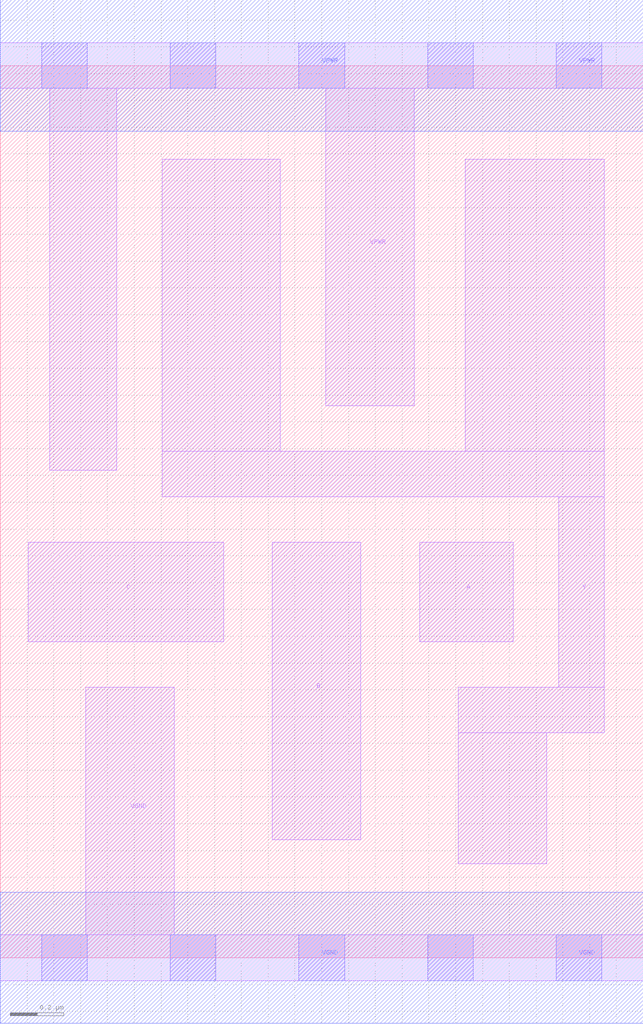
<source format=lef>
# Copyright 2020 The SkyWater PDK Authors
#
# Licensed under the Apache License, Version 2.0 (the "License");
# you may not use this file except in compliance with the License.
# You may obtain a copy of the License at
#
#     https://www.apache.org/licenses/LICENSE-2.0
#
# Unless required by applicable law or agreed to in writing, software
# distributed under the License is distributed on an "AS IS" BASIS,
# WITHOUT WARRANTIES OR CONDITIONS OF ANY KIND, either express or implied.
# See the License for the specific language governing permissions and
# limitations under the License.
#
# SPDX-License-Identifier: Apache-2.0

VERSION 5.7 ;
  NAMESCASESENSITIVE ON ;
  NOWIREEXTENSIONATPIN ON ;
  DIVIDERCHAR "/" ;
  BUSBITCHARS "[]" ;
UNITS
  DATABASE MICRONS 200 ;
END UNITS
MACRO sky130_fd_sc_ls__nand3_1
  CLASS CORE ;
  SOURCE USER ;
  FOREIGN sky130_fd_sc_ls__nand3_1 ;
  ORIGIN  0.000000  0.000000 ;
  SIZE  2.400000 BY  3.330000 ;
  SYMMETRY X Y ;
  SITE unit ;
  PIN A
    ANTENNAGATEAREA  0.279000 ;
    DIRECTION INPUT ;
    USE SIGNAL ;
    PORT
      LAYER li1 ;
        RECT 1.565000 1.180000 1.915000 1.550000 ;
    END
  END A
  PIN B
    ANTENNAGATEAREA  0.279000 ;
    DIRECTION INPUT ;
    USE SIGNAL ;
    PORT
      LAYER li1 ;
        RECT 1.015000 0.440000 1.345000 1.550000 ;
    END
  END B
  PIN C
    ANTENNAGATEAREA  0.279000 ;
    DIRECTION INPUT ;
    USE SIGNAL ;
    PORT
      LAYER li1 ;
        RECT 0.105000 1.180000 0.835000 1.550000 ;
    END
  END C
  PIN Y
    ANTENNADIFFAREA  0.877300 ;
    DIRECTION OUTPUT ;
    USE SIGNAL ;
    PORT
      LAYER li1 ;
        RECT 0.605000 1.720000 2.255000 1.890000 ;
        RECT 0.605000 1.890000 1.045000 2.980000 ;
        RECT 1.710000 0.350000 2.040000 0.840000 ;
        RECT 1.710000 0.840000 2.255000 1.010000 ;
        RECT 1.735000 1.890000 2.255000 2.980000 ;
        RECT 2.085000 1.010000 2.255000 1.720000 ;
    END
  END Y
  PIN VGND
    DIRECTION INOUT ;
    SHAPE ABUTMENT ;
    USE GROUND ;
    PORT
      LAYER li1 ;
        RECT 0.000000 -0.085000 2.400000 0.085000 ;
        RECT 0.320000  0.085000 0.650000 1.010000 ;
      LAYER mcon ;
        RECT 0.155000 -0.085000 0.325000 0.085000 ;
        RECT 0.635000 -0.085000 0.805000 0.085000 ;
        RECT 1.115000 -0.085000 1.285000 0.085000 ;
        RECT 1.595000 -0.085000 1.765000 0.085000 ;
        RECT 2.075000 -0.085000 2.245000 0.085000 ;
      LAYER met1 ;
        RECT 0.000000 -0.245000 2.400000 0.245000 ;
    END
  END VGND
  PIN VPWR
    DIRECTION INOUT ;
    SHAPE ABUTMENT ;
    USE POWER ;
    PORT
      LAYER li1 ;
        RECT 0.000000 3.245000 2.400000 3.415000 ;
        RECT 0.185000 1.820000 0.435000 3.245000 ;
        RECT 1.215000 2.060000 1.545000 3.245000 ;
      LAYER mcon ;
        RECT 0.155000 3.245000 0.325000 3.415000 ;
        RECT 0.635000 3.245000 0.805000 3.415000 ;
        RECT 1.115000 3.245000 1.285000 3.415000 ;
        RECT 1.595000 3.245000 1.765000 3.415000 ;
        RECT 2.075000 3.245000 2.245000 3.415000 ;
      LAYER met1 ;
        RECT 0.000000 3.085000 2.400000 3.575000 ;
    END
  END VPWR
END sky130_fd_sc_ls__nand3_1

</source>
